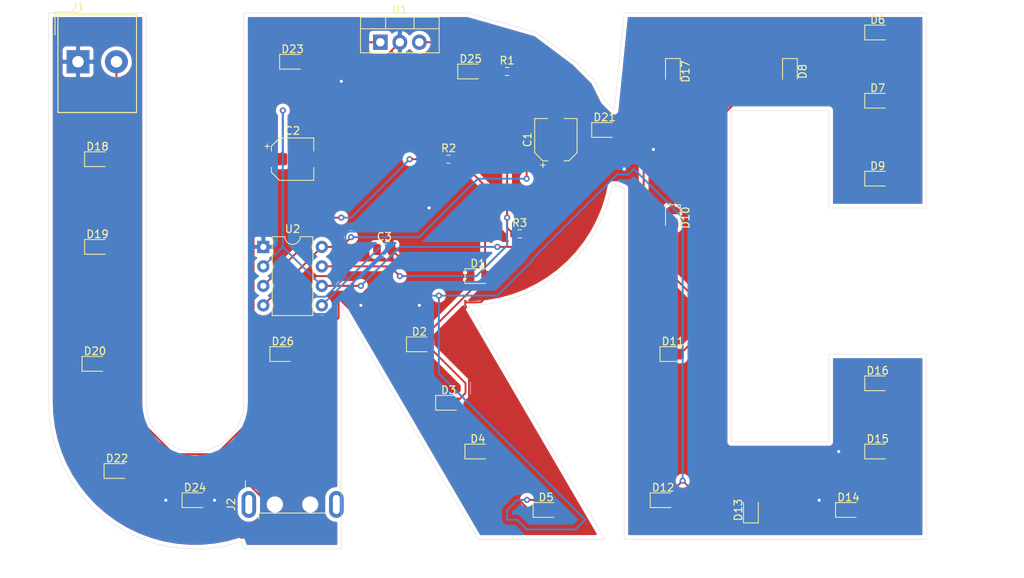
<source format=kicad_pcb>
(kicad_pcb (version 20171130) (host pcbnew 5.99.0+really5.1.10+dfsg1-1)
  (layers (0 F.Cu signal) (31 B.Cu signal) (34 B.Paste user) (35 F.Paste user) (36 B.SilkS user) (37 F.SilkS user) (38 B.Mask user) (39 F.Mask user) (44 Edge.Cuts user))
  (net 0 "")
  (net 1 "Net-(C1-Pad1)")
  (net 2 GND)
  (net 3 "Net-(C2-Pad1)")
  (net 4 "Net-(C3-Pad1)")
  (net 5 "Net-(D1-Pad2)")
  (net 6 "Net-(J1-Pad2)")
  (net 7 "Net-(J2-Pad2)")
  (net 8 "Net-(J2-Pad3)")
  (net 9 "Net-(J2-Pad5)")
  (net 10 "Net-(R1-Pad1)")
  (net 11 "Net-(R2-Pad1)")
  (net 12 "Net-(D18-Pad1)")
  (module Capacitor_SMD:CP_Elec_5x3 (layer F.Cu) (at 154.94 92.71 90)
    (fp_text reference C1 (at 0 -3.7 90) (layer F.SilkS))
    (fp_text value CP1_Small)
    (pad 1 smd roundrect (at -2.2 0 90) (size 3 1.6) (layers F.Cu F.Paste F.Mask) (roundrect_rratio 0.15625) (net 1 "Net-(C1-Pad1)"))
    (pad 2 smd roundrect (at 2.2 0 90) (size 3 1.6) (layers F.Cu F.Paste F.Mask) (roundrect_rratio 0.15625) (net 2 GND))
  )
  (module Capacitor_SMD:CP_Elec_5x3 (layer F.Cu) (at 120.65 95.25)
    (fp_text reference C2 (at 0 -3.7) (layer F.SilkS))
    (fp_text value CP1_Small)
    (pad 2 smd roundrect (at 2.2 0) (size 3 1.6) (layers F.Cu F.Paste F.Mask) (roundrect_rratio 0.15625) (net 2 GND))
    (pad 1 smd roundrect (at -2.2 0) (size 3 1.6) (layers F.Cu F.Paste F.Mask) (roundrect_rratio 0.15625) (net 3 "Net-(C2-Pad1)"))
  )
  (module Capacitor_SMD:C_0805_2012Metric (layer F.Cu) (at 132.595001 107.025001)
    (fp_text reference C3 (at 0 -1.68) (layer F.SilkS))
    (fp_text value C_Small)
    (pad 1 smd roundrect (at -0.95 0) (size 1 1.45) (layers F.Cu F.Paste F.Mask) (net 4 "Net-(C3-Pad1)"))
    (pad 2 smd roundrect (at 0.95 0) (size 1 1.45) (layers F.Cu F.Paste F.Mask) (net 2 GND))
  )
  (module LED_SMD:LED_0805_2012Metric (layer F.Cu) (at 144.78 110.49)
    (fp_text reference D1 (at 0 -1.65) (layer F.SilkS))
    (fp_text value LED)
    (pad 2 smd roundrect (at 0.9375 0) (size 0.975 1.4) (layers F.Cu F.Paste F.Mask) (net 5 "Net-(D1-Pad2)"))
    (pad 1 smd roundrect (at -0.9375 0) (size 0.975 1.4) (layers F.Cu F.Paste F.Mask) (net 2 GND))
  )
  (module LED_SMD:LED_0805_2012Metric (layer F.Cu) (at 137.16 119.38)
    (fp_text reference D2 (at 0 -1.65) (layer F.SilkS))
    (fp_text value LED)
    (pad 1 smd roundrect (at -0.9375 0) (size 0.975 1.4) (layers F.Cu F.Paste F.Mask) (net 2 GND))
    (pad 2 smd roundrect (at 0.9375 0) (size 0.975 1.4) (layers F.Cu F.Paste F.Mask) (net 5 "Net-(D1-Pad2)"))
  )
  (module LED_SMD:LED_0805_2012Metric (layer F.Cu) (at 140.97 127)
    (fp_text reference D3 (at 0 -1.65) (layer F.SilkS))
    (fp_text value LED)
    (pad 2 smd roundrect (at 0.9375 0) (size 0.975 1.4) (layers F.Cu F.Paste F.Mask) (net 5 "Net-(D1-Pad2)"))
    (pad 1 smd roundrect (at -0.9375 0) (size 0.975 1.4) (layers F.Cu F.Paste F.Mask) (net 2 GND))
  )
  (module LED_SMD:LED_0805_2012Metric (layer F.Cu) (at 144.78 133.35)
    (fp_text reference D4 (at 0 -1.65) (layer F.SilkS))
    (fp_text value LED)
    (pad 1 smd roundrect (at -0.9375 0) (size 0.975 1.4) (layers F.Cu F.Paste F.Mask) (net 2 GND))
    (pad 2 smd roundrect (at 0.9375 0) (size 0.975 1.4) (layers F.Cu F.Paste F.Mask) (net 5 "Net-(D1-Pad2)"))
  )
  (module LED_SMD:LED_0805_2012Metric (layer F.Cu) (at 153.67 140.97)
    (fp_text reference D5 (at 0 -1.65) (layer F.SilkS))
    (fp_text value LED)
    (pad 2 smd roundrect (at 0.9375 0) (size 0.975 1.4) (layers F.Cu F.Paste F.Mask) (net 5 "Net-(D1-Pad2)"))
    (pad 1 smd roundrect (at -0.9375 0) (size 0.975 1.4) (layers F.Cu F.Paste F.Mask) (net 2 GND))
  )
  (module LED_SMD:LED_0805_2012Metric (layer F.Cu) (at 196.85 78.74)
    (fp_text reference D6 (at 0 -1.65) (layer F.SilkS))
    (fp_text value LED)
    (pad 1 smd roundrect (at -0.9375 0) (size 0.975 1.4) (layers F.Cu F.Paste F.Mask) (net 2 GND))
    (pad 2 smd roundrect (at 0.9375 0) (size 0.975 1.4) (layers F.Cu F.Paste F.Mask) (net 5 "Net-(D1-Pad2)"))
  )
  (module LED_SMD:LED_0805_2012Metric (layer F.Cu) (at 196.85 87.63)
    (fp_text reference D7 (at 0 -1.65) (layer F.SilkS))
    (fp_text value LED)
    (pad 2 smd roundrect (at 0.9375 0) (size 0.975 1.4) (layers F.Cu F.Paste F.Mask) (net 5 "Net-(D1-Pad2)"))
    (pad 1 smd roundrect (at -0.9375 0) (size 0.975 1.4) (layers F.Cu F.Paste F.Mask) (net 2 GND))
  )
  (module LED_SMD:LED_0805_2012Metric (layer F.Cu) (at 185.42 83.82 270)
    (fp_text reference D8 (at 0 -1.65 90) (layer F.SilkS))
    (fp_text value LED)
    (pad 1 smd roundrect (at -0.9375 0 270) (size 0.975 1.4) (layers F.Cu F.Paste F.Mask) (net 2 GND))
    (pad 2 smd roundrect (at 0.9375 0 270) (size 0.975 1.4) (layers F.Cu F.Paste F.Mask) (net 5 "Net-(D1-Pad2)"))
  )
  (module LED_SMD:LED_0805_2012Metric (layer F.Cu) (at 196.85 97.79)
    (fp_text reference D9 (at 0 -1.65) (layer F.SilkS))
    (fp_text value LED)
    (pad 1 smd roundrect (at -0.9375 0) (size 0.975 1.4) (layers F.Cu F.Paste F.Mask) (net 2 GND))
    (pad 2 smd roundrect (at 0.9375 0) (size 0.975 1.4) (layers F.Cu F.Paste F.Mask) (net 5 "Net-(D1-Pad2)"))
  )
  (module LED_SMD:LED_0805_2012Metric (layer F.Cu) (at 170.18 102.87 270)
    (fp_text reference D10 (at 0 -1.65 90) (layer F.SilkS))
    (fp_text value LED)
    (pad 2 smd roundrect (at 0.9375 0 270) (size 0.975 1.4) (layers F.Cu F.Paste F.Mask) (net 5 "Net-(D1-Pad2)"))
    (pad 1 smd roundrect (at -0.9375 0 270) (size 0.975 1.4) (layers F.Cu F.Paste F.Mask) (net 2 GND))
  )
  (module LED_SMD:LED_0805_2012Metric (layer F.Cu) (at 170.18 120.65)
    (fp_text reference D11 (at 0 -1.65) (layer F.SilkS))
    (fp_text value LED)
    (pad 1 smd roundrect (at -0.9375 0) (size 0.975 1.4) (layers F.Cu F.Paste F.Mask) (net 2 GND))
    (pad 2 smd roundrect (at 0.9375 0) (size 0.975 1.4) (layers F.Cu F.Paste F.Mask) (net 5 "Net-(D1-Pad2)"))
  )
  (module LED_SMD:LED_0805_2012Metric (layer F.Cu) (at 168.91 139.7)
    (fp_text reference D12 (at 0 -1.65) (layer F.SilkS))
    (fp_text value LED)
    (pad 2 smd roundrect (at 0.9375 0) (size 0.975 1.4) (layers F.Cu F.Paste F.Mask) (net 5 "Net-(D1-Pad2)"))
    (pad 1 smd roundrect (at -0.9375 0) (size 0.975 1.4) (layers F.Cu F.Paste F.Mask) (net 2 GND))
  )
  (module LED_SMD:LED_0805_2012Metric (layer F.Cu) (at 180.34 140.97 90)
    (fp_text reference D13 (at 0 -1.65 90) (layer F.SilkS))
    (fp_text value LED)
    (pad 1 smd roundrect (at -0.9375 0 90) (size 0.975 1.4) (layers F.Cu F.Paste F.Mask) (net 2 GND))
    (pad 2 smd roundrect (at 0.9375 0 90) (size 0.975 1.4) (layers F.Cu F.Paste F.Mask) (net 5 "Net-(D1-Pad2)"))
  )
  (module LED_SMD:LED_0805_2012Metric (layer F.Cu) (at 193.04 140.97)
    (fp_text reference D14 (at 0 -1.65) (layer F.SilkS))
    (fp_text value LED)
    (pad 1 smd roundrect (at -0.9375 0) (size 0.975 1.4) (layers F.Cu F.Paste F.Mask) (net 2 GND))
    (pad 2 smd roundrect (at 0.9375 0) (size 0.975 1.4) (layers F.Cu F.Paste F.Mask) (net 5 "Net-(D1-Pad2)"))
  )
  (module LED_SMD:LED_0805_2012Metric (layer F.Cu) (at 196.85 133.35)
    (fp_text reference D15 (at 0 -1.65) (layer F.SilkS))
    (fp_text value LED)
    (pad 2 smd roundrect (at 0.9375 0) (size 0.975 1.4) (layers F.Cu F.Paste F.Mask) (net 5 "Net-(D1-Pad2)"))
    (pad 1 smd roundrect (at -0.9375 0) (size 0.975 1.4) (layers F.Cu F.Paste F.Mask) (net 2 GND))
  )
  (module LED_SMD:LED_0805_2012Metric (layer F.Cu) (at 196.85 124.46)
    (fp_text reference D16 (at 0 -1.65) (layer F.SilkS))
    (fp_text value LED)
    (pad 2 smd roundrect (at 0.9375 0) (size 0.975 1.4) (layers F.Cu F.Paste F.Mask) (net 5 "Net-(D1-Pad2)"))
    (pad 1 smd roundrect (at -0.9375 0) (size 0.975 1.4) (layers F.Cu F.Paste F.Mask) (net 2 GND))
  )
  (module LED_SMD:LED_0805_2012Metric (layer F.Cu) (at 170.18 83.82 270)
    (fp_text reference D17 (at 0 -1.65 90) (layer F.SilkS))
    (fp_text value LED)
    (pad 1 smd roundrect (at -0.9375 0 270) (size 0.975 1.4) (layers F.Cu F.Paste F.Mask) (net 2 GND))
    (pad 2 smd roundrect (at 0.9375 0 270) (size 0.975 1.4) (layers F.Cu F.Paste F.Mask) (net 5 "Net-(D1-Pad2)"))
  )
  (module TerminalBlock_Altech:Altech_AK300_1x02_P5.00mm_45-Degree (layer F.Cu) (at 92.71 82.55)
    (fp_text reference J1 (at 0 -7.2) (layer F.SilkS))
    (fp_text value Screw_Terminal_01x02)
    (pad 1 thru_hole rect (at 0 0) (size 3 3) (drill 1.5) (layers *.Cu *.Mask) (net 2 GND))
    (pad 2 thru_hole circle (at 5 0) (size 3 3) (drill 1.5) (layers *.Cu *.Mask) (net 6 "Net-(J1-Pad2)"))
  )
  (module Connector_USB:USB_A_CNCTech_1001-011-01101_Horizontal (layer F.Cu) (at 120.65 133.35 90)
    (fp_text reference J2 (at -6.9 -8 90) (layer F.SilkS))
    (fp_text value USB3_A)
    (pad 2 smd rect (at -9.65 -1 90) (size 2.5 1.1) (layers F.Cu F.Paste F.Mask) (net 7 "Net-(J2-Pad2)"))
    (pad 3 smd rect (at -9.65 1 90) (size 2.5 1.1) (layers F.Cu F.Paste F.Mask) (net 8 "Net-(J2-Pad3)"))
    (pad 1 smd rect (at -9.65 -3.5 90) (size 2.5 1.1) (layers F.Cu F.Paste F.Mask) (net 6 "Net-(J1-Pad2)"))
    (pad 4 smd rect (at -9.65 3.5 90) (size 2.5 1.1) (layers F.Cu F.Paste F.Mask) (net 2 GND))
    (pad 5 thru_hole oval (at -6.9 -5.7 90) (size 3.5 1.9) (drill oval 2.5 0.9) (layers *.Cu *.Mask) (net 9 "Net-(J2-Pad5)"))
    (pad 5 thru_hole oval (at -6.9 5.7 90) (size 3.5 1.9) (drill oval 2.5 0.9) (layers *.Cu *.Mask) (net 9 "Net-(J2-Pad5)"))
    (pad "" np_thru_hole circle (at -6.9 -2.3 90) (size 1.1 1.1) (drill 1.1) (layers *.Cu *.Mask))
    (pad "" np_thru_hole circle (at -6.9 2.3 90) (size 1.1 1.1) (drill 1.1) (layers *.Cu *.Mask))
  )
  (module Resistor_SMD:R_0603_1608Metric (layer F.Cu) (at 148.59 83.82)
    (fp_text reference R1 (at 0 -1.43) (layer F.SilkS))
    (fp_text value R_US)
    (pad 1 smd roundrect (at -0.825 0) (size 0.8 0.95) (layers F.Cu F.Paste F.Mask) (net 10 "Net-(R1-Pad1)"))
    (pad 2 smd roundrect (at 0.825 0) (size 0.8 0.95) (layers F.Cu F.Paste F.Mask) (net 1 "Net-(C1-Pad1)"))
  )
  (module Resistor_SMD:R_0603_1608Metric (layer F.Cu) (at 140.97 95.25)
    (fp_text reference R2 (at 0 -1.43) (layer F.SilkS))
    (fp_text value R_US)
    (pad 1 smd roundrect (at -0.825 0) (size 0.8 0.95) (layers F.Cu F.Paste F.Mask) (net 11 "Net-(R2-Pad1)"))
    (pad 2 smd roundrect (at 0.825 0) (size 0.8 0.95) (layers F.Cu F.Paste F.Mask) (net 5 "Net-(D1-Pad2)"))
  )
  (module Resistor_SMD:R_0603_1608Metric (layer F.Cu) (at 150.225001 104.985001)
    (fp_text reference R3 (at 0 -1.43) (layer F.SilkS))
    (fp_text value R_US)
    (pad 2 smd roundrect (at 0.825 0) (size 0.8 0.95) (layers F.Cu F.Paste F.Mask) (net 3 "Net-(C2-Pad1)"))
    (pad 1 smd roundrect (at -0.825 0) (size 0.8 0.95) (layers F.Cu F.Paste F.Mask) (net 10 "Net-(R1-Pad1)"))
  )
  (module Package_TO_SOT_THT:TO-220-3_Vertical (layer F.Cu) (at 132.08 80.01)
    (fp_text reference U1 (at 2.54 -4.27) (layer F.SilkS))
    (fp_text value LM7805_TO220)
    (pad 1 thru_hole rect (at 0 0) (size 1.905 2) (drill 1.1) (layers *.Cu *.Mask) (net 6 "Net-(J1-Pad2)"))
    (pad 2 thru_hole oval (at 2.54 0) (size 1.905 2) (drill 1.1) (layers *.Cu *.Mask) (net 2 GND))
    (pad 3 thru_hole oval (at 5.08 0) (size 1.905 2) (drill 1.1) (layers *.Cu *.Mask) (net 1 "Net-(C1-Pad1)"))
  )
  (module Package_DIP:DIP-8_W7.62mm (layer F.Cu) (at 116.84 106.68)
    (fp_text reference U2 (at 3.81 -2.33) (layer F.SilkS))
    (fp_text value NE555P)
    (pad 1 thru_hole rect (at 0 0) (size 1.6 1.6) (drill 0.8) (layers *.Cu *.Mask) (net 2 GND))
    (pad 5 thru_hole oval (at 7.62 7.62) (size 1.6 1.6) (drill 0.8) (layers *.Cu *.Mask) (net 4 "Net-(C3-Pad1)"))
    (pad 2 thru_hole oval (at 0 2.54) (size 1.6 1.6) (drill 0.8) (layers *.Cu *.Mask) (net 3 "Net-(C2-Pad1)"))
    (pad 6 thru_hole oval (at 7.62 5.08) (size 1.6 1.6) (drill 0.8) (layers *.Cu *.Mask) (net 3 "Net-(C2-Pad1)"))
    (pad 3 thru_hole oval (at 0 5.08) (size 1.6 1.6) (drill 0.8) (layers *.Cu *.Mask) (net 11 "Net-(R2-Pad1)"))
    (pad 7 thru_hole oval (at 7.62 2.54) (size 1.6 1.6) (drill 0.8) (layers *.Cu *.Mask) (net 10 "Net-(R1-Pad1)"))
    (pad 4 thru_hole oval (at 0 7.62) (size 1.6 1.6) (drill 0.8) (layers *.Cu *.Mask) (net 1 "Net-(C1-Pad1)"))
    (pad 8 thru_hole oval (at 7.62 0) (size 1.6 1.6) (drill 0.8) (layers *.Cu *.Mask) (net 1 "Net-(C1-Pad1)"))
  )
  (module LED_SMD:LED_0805_2012Metric (layer F.Cu) (at 95.25 95.25)
    (fp_text reference D18 (at 0 -1.65) (layer F.SilkS))
    (fp_text value LED)
    (pad 1 smd roundrect (at -0.9375 0) (size 0.975 1.4) (layers F.Cu F.Paste F.Mask) (net 12 "Net-(D18-Pad1)"))
    (pad 2 smd roundrect (at 0.9375 0) (size 0.975 1.4) (layers F.Cu F.Paste F.Mask) (net 2 GND))
  )
  (module LED_SMD:LED_0805_2012Metric (layer F.Cu) (at 95.25 106.68)
    (fp_text reference D19 (at 0 -1.65) (layer F.SilkS))
    (fp_text value LED)
    (pad 1 smd roundrect (at -0.9375 0) (size 0.975 1.4) (layers F.Cu F.Paste F.Mask) (net 12 "Net-(D18-Pad1)"))
    (pad 2 smd roundrect (at 0.9375 0) (size 0.975 1.4) (layers F.Cu F.Paste F.Mask) (net 2 GND))
  )
  (module LED_SMD:LED_0805_2012Metric (layer F.Cu) (at 94.9175 121.92)
    (fp_text reference D20 (at 0 -1.65) (layer F.SilkS))
    (fp_text value LED)
    (pad 2 smd roundrect (at 0.9375 0) (size 0.975 1.4) (layers F.Cu F.Paste F.Mask) (net 2 GND))
    (pad 1 smd roundrect (at -0.9375 0) (size 0.975 1.4) (layers F.Cu F.Paste F.Mask) (net 12 "Net-(D18-Pad1)"))
  )
  (module LED_SMD:LED_0805_2012Metric (layer F.Cu) (at 161.29 91.44)
    (fp_text reference D21 (at 0 -1.65) (layer F.SilkS))
    (fp_text value LED)
    (pad 1 smd roundrect (at -0.9375 0) (size 0.975 1.4) (layers F.Cu F.Paste F.Mask) (net 12 "Net-(D18-Pad1)"))
    (pad 2 smd roundrect (at 0.9375 0) (size 0.975 1.4) (layers F.Cu F.Paste F.Mask) (net 2 GND))
  )
  (module LED_SMD:LED_0805_2012Metric (layer F.Cu) (at 97.79 135.89)
    (fp_text reference D22 (at 0 -1.65) (layer F.SilkS))
    (fp_text value LED)
    (pad 2 smd roundrect (at 0.9375 0) (size 0.975 1.4) (layers F.Cu F.Paste F.Mask) (net 2 GND))
    (pad 1 smd roundrect (at -0.9375 0) (size 0.975 1.4) (layers F.Cu F.Paste F.Mask) (net 12 "Net-(D18-Pad1)"))
  )
  (module LED_SMD:LED_0805_2012Metric (layer F.Cu) (at 120.65 82.55)
    (fp_text reference D23 (at 0 -1.65) (layer F.SilkS))
    (fp_text value LED)
    (pad 1 smd roundrect (at -0.9375 0) (size 0.975 1.4) (layers F.Cu F.Paste F.Mask) (net 5 "Net-(D1-Pad2)"))
    (pad 2 smd roundrect (at 0.9375 0) (size 0.975 1.4) (layers F.Cu F.Paste F.Mask) (net 2 GND))
  )
  (module LED_SMD:LED_0805_2012Metric (layer F.Cu) (at 107.95 139.7)
    (fp_text reference D24 (at 0 -1.65) (layer F.SilkS))
    (fp_text value LED)
    (pad 2 smd roundrect (at 0.9375 0) (size 0.975 1.4) (layers F.Cu F.Paste F.Mask) (net 5 "Net-(D1-Pad2)"))
    (pad 1 smd roundrect (at -0.9375 0) (size 0.975 1.4) (layers F.Cu F.Paste F.Mask) (net 2 GND))
  )
  (module LED_SMD:LED_0805_2012Metric (layer F.Cu) (at 143.8425 83.82)
    (fp_text reference D25 (at 0 -1.65) (layer F.SilkS))
    (fp_text value LED)
    (pad 1 smd roundrect (at -0.9375 0) (size 0.975 1.4) (layers F.Cu F.Paste F.Mask) (net 2 GND))
    (pad 2 smd roundrect (at 0.9375 0) (size 0.975 1.4) (layers F.Cu F.Paste F.Mask) (net 5 "Net-(D1-Pad2)"))
  )
  (module LED_SMD:LED_0805_2012Metric (layer F.Cu) (at 119.38 120.65)
    (fp_text reference D26 (at 0 -1.65) (layer F.SilkS))
    (fp_text value LED)
    (pad 2 smd roundrect (at 0.9375 0) (size 0.975 1.4) (layers F.Cu F.Paste F.Mask) (net 5 "Net-(D1-Pad2)"))
    (pad 1 smd roundrect (at -0.9375 0) (size 0.975 1.4) (layers F.Cu F.Paste F.Mask) (net 2 GND))
  )
  (gr_line (start 127 146.05) (end 127 144.78) (layer Edge.Cuts) (width 0.05))
  (gr_line (start 114.3 146.05) (end 127 146.05) (layer Edge.Cuts) (width 0.05))
  (gr_line (start 113.974139 145.072417) (end 114.3 146.05) (layer Edge.Cuts) (width 0.05))
  (gr_line (start 157.48 82.55) (end 152.4 78.74) (layer Edge.Cuts) (width 0.05))
  (gr_line (start 160.02 85.09) (end 157.48 82.55) (layer Edge.Cuts) (width 0.05))
  (gr_line (start 161.29 87.63) (end 160.02 85.09) (layer Edge.Cuts) (width 0.05))
  (gr_line (start 163.83 99.06) (end 163.83 116.84) (layer Edge.Cuts) (width 0.05))
  (gr_line (start 162.300804 98.381801) (end 163.83 99.06) (layer Edge.Cuts) (width 0.05))
  (gr_arc (start 143.51 95.25) (end 143.51 114.3) (angle -80.53767779) (layer Edge.Cuts) (width 0.05))
  (gr_line (start 163.83 144.78) (end 163.83 116.84) (layer Edge.Cuts) (width 0.05))
  (gr_line (start 161.29 87.63) (end 162.56 88.9) (layer Edge.Cuts) (width 0.05))
  (gr_line (start 143.51 76.2) (end 152.4 78.74) (layer Edge.Cuts) (width 0.05))
  (gr_line (start 163.83 76.2) (end 162.56 88.9) (layer Edge.Cuts) (width 0.05))
  (gr_line (start 166.37 76.2) (end 163.83 76.2) (layer Edge.Cuts) (width 0.05))
  (gr_line (start 203.2 76.2) (end 166.37 76.2) (layer Edge.Cuts) (width 0.05))
  (gr_line (start 203.2 101.6) (end 203.2 93.98) (layer Edge.Cuts) (width 0.05))
  (gr_line (start 190.5 101.6) (end 203.2 101.6) (layer Edge.Cuts) (width 0.05))
  (gr_line (start 190.5 100.33) (end 190.5 101.6) (layer Edge.Cuts) (width 0.05))
  (gr_line (start 190.5 93.98) (end 190.5 100.33) (layer Edge.Cuts) (width 0.05))
  (gr_line (start 203.2 132.08) (end 203.2 120.65) (layer Edge.Cuts) (width 0.05))
  (gr_line (start 190.5 120.65) (end 203.2 120.65) (layer Edge.Cuts) (width 0.05))
  (gr_line (start 190.5 132.08) (end 190.5 120.65) (layer Edge.Cuts) (width 0.05))
  (gr_line (start 177.8 132.08) (end 190.5 132.08) (layer Edge.Cuts) (width 0.05))
  (gr_line (start 190.5 88.9) (end 177.8 88.9) (layer Edge.Cuts) (width 0.05))
  (gr_line (start 190.5 93.98) (end 190.5 88.9) (layer Edge.Cuts) (width 0.05))
  (gr_line (start 203.2 93.98) (end 203.2 88.9) (layer Edge.Cuts) (width 0.05))
  (gr_line (start 177.8 127) (end 177.8 132.08) (layer Edge.Cuts) (width 0.05))
  (gr_line (start 177.8 88.9) (end 177.8 127) (layer Edge.Cuts) (width 0.05))
  (gr_line (start 163.83 144.78) (end 203.2 144.78) (layer Edge.Cuts) (width 0.05))
  (gr_line (start 203.2 144.78) (end 203.2 132.08) (layer Edge.Cuts) (width 0.05))
  (gr_line (start 203.2 76.2) (end 203.2 88.9) (layer Edge.Cuts) (width 0.05))
  (gr_line (start 139.7 76.2) (end 143.51 76.2) (layer Edge.Cuts) (width 0.05))
  (gr_line (start 127 76.2) (end 139.7 76.2) (layer Edge.Cuts) (width 0.05))
  (gr_line (start 161.29 144.78) (end 143.51 114.3) (layer Edge.Cuts) (width 0.05))
  (gr_line (start 144.78 144.78) (end 161.29 144.78) (layer Edge.Cuts) (width 0.05))
  (gr_line (start 127 114.3) (end 144.78 144.78) (layer Edge.Cuts) (width 0.05))
  (gr_line (start 127 144.78) (end 127 114.3) (layer Edge.Cuts) (width 0.05))
  (gr_line (start 114.3 76.2) (end 127 76.2) (layer Edge.Cuts) (width 0.05))
  (gr_arc (start 107.95 127) (end 88.9 127) (angle -108.4349488) (layer Edge.Cuts) (width 0.05))
  (gr_line (start 114.3 127) (end 114.3 76.2) (layer Edge.Cuts) (width 0.05))
  (gr_arc (start 107.95 127) (end 101.6 127) (angle -180) (layer Edge.Cuts) (width 0.05))
  (gr_line (start 101.6 76.2) (end 101.6 127) (layer Edge.Cuts) (width 0.05))
  (gr_line (start 88.9 76.2) (end 101.6 76.2) (layer Edge.Cuts) (width 0.05))
  (gr_line (start 88.9 76.2) (end 88.9 127) (layer Edge.Cuts) (width 0.05))
  (segment (start 149.86 81.28) (end 149.86 83.82) (width 0.25) (layer F.Cu) (net 1))
  (segment (start 149.86 83.82) (end 149.415 83.82) (width 0.25) (layer F.Cu) (net 1))
  (segment (start 151.13 80.01) (end 149.86 81.28) (width 0.25) (layer F.Cu) (net 1))
  (segment (start 137.16 80.01) (end 151.13 80.01) (width 0.25) (layer F.Cu) (net 1))
  (segment (start 154.94 94.91) (end 150.2 94.91) (width 0.25) (layer F.Cu) (net 1))
  (segment (start 149.415 94.125) (end 149.415 83.82) (width 0.25) (layer F.Cu) (net 1))
  (segment (start 150.2 94.91) (end 149.415 94.125) (width 0.25) (layer F.Cu) (net 1))
  (segment (start 124.46 106.68) (end 116.84 114.3) (width 0.25) (layer F.Cu) (net 1))
  (via (at 128.27 105.41) (size 0.8) (drill 0.4) (layers F.Cu B.Cu) (net 1))
  (segment (start 127 106.68) (end 128.27 105.41) (width 0.25) (layer F.Cu) (net 1))
  (segment (start 124.46 106.68) (end 127 106.68) (width 0.25) (layer F.Cu) (net 1))
  (segment (start 128.27 105.41) (end 137.16 105.41) (width 0.25) (layer B.Cu) (net 1))
  (segment (start 137.16 105.41) (end 144.78 97.79) (width 0.25) (layer B.Cu) (net 1))
  (via (at 151.13 97.79) (size 0.8) (drill 0.4) (layers F.Cu B.Cu) (net 1))
  (segment (start 144.78 97.79) (end 151.13 97.79) (width 0.25) (layer B.Cu) (net 1))
  (segment (start 151.13 95.84) (end 150.2 94.91) (width 0.25) (layer F.Cu) (net 1))
  (segment (start 151.13 97.79) (end 151.13 95.84) (width 0.25) (layer F.Cu) (net 1))
  (segment (start 92.71 82.55) (end 92.71 133.35) (width 0.25) (layer F.Cu) (net 2))
  (segment (start 92.71 133.35) (end 101.6 142.24) (width 0.25) (layer F.Cu) (net 2))
  (segment (start 122.574999 144.575001) (end 124.15 143) (width 0.25) (layer F.Cu) (net 2))
  (segment (start 111.631234 142.24) (end 113.966235 144.575001) (width 0.25) (layer F.Cu) (net 2))
  (segment (start 113.966235 144.575001) (end 122.574999 144.575001) (width 0.25) (layer F.Cu) (net 2))
  (segment (start 101.6 142.24) (end 111.631234 142.24) (width 0.25) (layer F.Cu) (net 2))
  (segment (start 116.84 106.68) (end 116.84 101.6) (width 0.25) (layer F.Cu) (net 2))
  (segment (start 116.84 101.6) (end 118.11 100.33) (width 0.25) (layer F.Cu) (net 2))
  (segment (start 118.11 100.33) (end 119.38 101.6) (width 0.25) (layer F.Cu) (net 2))
  (segment (start 119.38 101.6) (end 124.46 101.6) (width 0.25) (layer F.Cu) (net 2))
  (segment (start 124.46 101.6) (end 125.73 100.33) (width 0.25) (layer F.Cu) (net 2))
  (segment (start 122.85 97.45) (end 122.85 95.25) (width 0.25) (layer F.Cu) (net 2))
  (segment (start 125.73 100.33) (end 122.85 97.45) (width 0.25) (layer F.Cu) (net 2))
  (segment (start 124.15 143) (end 124.15 118.42) (width 0.25) (layer F.Cu) (net 2))
  (segment (start 126.64999 115.92001) (end 126.64999 113.38001) (width 0.25) (layer F.Cu) (net 2))
  (segment (start 124.15 118.42) (end 126.64999 115.92001) (width 0.25) (layer F.Cu) (net 2))
  (segment (start 126.64999 113.38001) (end 128.83998 115.57) (width 0.25) (layer F.Cu) (net 2))
  (segment (start 128.83998 115.57) (end 135.89 115.57) (width 0.25) (layer F.Cu) (net 2))
  (segment (start 135.89 119.0475) (end 136.2225 119.38) (width 0.25) (layer F.Cu) (net 2))
  (segment (start 135.89 115.57) (end 135.89 119.0475) (width 0.25) (layer F.Cu) (net 2))
  (segment (start 136.2225 123.19) (end 140.0325 127) (width 0.25) (layer F.Cu) (net 2))
  (segment (start 136.2225 119.38) (end 136.2225 123.19) (width 0.25) (layer F.Cu) (net 2))
  (segment (start 140.0325 129.54) (end 143.8425 133.35) (width 0.25) (layer F.Cu) (net 2))
  (segment (start 140.0325 127) (end 140.0325 129.54) (width 0.25) (layer F.Cu) (net 2))
  (segment (start 143.8425 133.35) (end 151.4625 140.97) (width 0.25) (layer F.Cu) (net 2))
  (segment (start 151.4625 140.97) (end 152.7325 140.97) (width 0.25) (layer F.Cu) (net 2))
  (segment (start 138.7625 115.57) (end 143.8425 110.49) (width 0.25) (layer F.Cu) (net 2))
  (segment (start 135.89 115.57) (end 138.7625 115.57) (width 0.25) (layer F.Cu) (net 2))
  (segment (start 135.89 109.37) (end 133.545001 107.025001) (width 0.25) (layer F.Cu) (net 2))
  (segment (start 135.89 115.57) (end 135.89 109.37) (width 0.25) (layer F.Cu) (net 2))
  (segment (start 126.85 100.33) (end 125.73 100.33) (width 0.25) (layer F.Cu) (net 2))
  (segment (start 133.545001 107.025001) (end 126.85 100.33) (width 0.25) (layer F.Cu) (net 2))
  (segment (start 185.42 82.8825) (end 170.18 82.8825) (width 0.25) (layer F.Cu) (net 2))
  (segment (start 185.42 82.8825) (end 191.4375 82.8825) (width 0.25) (layer F.Cu) (net 2))
  (segment (start 195.58 78.74) (end 195.9125 78.74) (width 0.25) (layer F.Cu) (net 2))
  (segment (start 191.4375 82.8825) (end 195.58 78.74) (width 0.25) (layer F.Cu) (net 2))
  (segment (start 191.4375 83.155) (end 191.4375 82.8825) (width 0.25) (layer F.Cu) (net 2))
  (segment (start 195.9125 87.63) (end 191.4375 83.155) (width 0.25) (layer F.Cu) (net 2))
  (segment (start 195.9125 97.79) (end 195.9125 87.63) (width 0.25) (layer F.Cu) (net 2))
  (segment (start 195.9125 87.63) (end 191.77 87.63) (width 0.25) (layer F.Cu) (net 2))
  (segment (start 191.77 87.63) (end 190.5 86.36) (width 0.25) (layer F.Cu) (net 2))
  (segment (start 170.18 96.025012) (end 170.18 101.9325) (width 0.25) (layer F.Cu) (net 2))
  (segment (start 179.845012 86.36) (end 170.18 96.025012) (width 0.25) (layer F.Cu) (net 2))
  (segment (start 190.5 86.36) (end 179.845012 86.36) (width 0.25) (layer F.Cu) (net 2))
  (segment (start 167.9725 108.2825) (end 165.1 105.41) (width 0.25) (layer F.Cu) (net 2))
  (segment (start 165.1 97.79) (end 163.83 96.52) (width 0.25) (layer F.Cu) (net 2))
  (via (at 163.83 96.52) (size 0.8) (drill 0.4) (layers F.Cu B.Cu) (net 2))
  (segment (start 163.83 96.52) (end 161.29 96.52) (width 0.25) (layer B.Cu) (net 2))
  (segment (start 161.29 96.52) (end 154.94 90.17) (width 0.25) (layer B.Cu) (net 2))
  (segment (start 169.2425 110.1575) (end 167.9725 108.8875) (width 0.25) (layer F.Cu) (net 2))
  (segment (start 169.2425 120.65) (end 169.2425 110.1575) (width 0.25) (layer F.Cu) (net 2))
  (segment (start 167.9725 108.8875) (end 167.9725 108.2825) (width 0.25) (layer F.Cu) (net 2))
  (segment (start 167.9725 139.7) (end 167.9725 108.8875) (width 0.25) (layer F.Cu) (net 2))
  (segment (start 153.75751 141.99501) (end 157.23501 141.99501) (width 0.25) (layer F.Cu) (net 2))
  (segment (start 152.7325 140.97) (end 153.75751 141.99501) (width 0.25) (layer F.Cu) (net 2))
  (segment (start 143.62751 128.38751) (end 143.62751 116.95751) (width 0.25) (layer F.Cu) (net 2))
  (segment (start 157.23501 141.99501) (end 143.62751 128.38751) (width 0.25) (layer F.Cu) (net 2))
  (segment (start 143.62751 116.95751) (end 142.24 115.57) (width 0.25) (layer F.Cu) (net 2))
  (segment (start 142.24 115.57) (end 143.25408 114.555921) (width 0.25) (layer F.Cu) (net 2))
  (segment (start 143.134619 114.351131) (end 143.134619 113.709291) (width 0.25) (layer F.Cu) (net 2))
  (segment (start 143.25408 114.555921) (end 143.134619 114.351131) (width 0.25) (layer F.Cu) (net 2))
  (segment (start 143.34391 113.918582) (end 144.593218 113.918582) (width 0.25) (layer F.Cu) (net 2))
  (segment (start 143.134619 113.709291) (end 143.34391 113.918582) (width 0.25) (layer F.Cu) (net 2))
  (segment (start 145.133755 113.879351) (end 145.207628 113.872372) (width 0.25) (layer F.Cu) (net 2))
  (segment (start 144.863767 113.900914) (end 145.133755 113.879351) (width 0.25) (layer F.Cu) (net 2))
  (segment (start 144.593218 113.918582) (end 144.863767 113.900914) (width 0.25) (layer F.Cu) (net 2))
  (segment (start 164.04307 98.00307) (end 165.1 99.06) (width 0.25) (layer F.Cu) (net 2))
  (segment (start 145.207628 113.872372) (end 161.07693 98.00307) (width 0.25) (layer F.Cu) (net 2))
  (segment (start 161.07693 98.00307) (end 164.04307 98.00307) (width 0.25) (layer F.Cu) (net 2))
  (segment (start 165.1 99.06) (end 165.1 97.79) (width 0.25) (layer F.Cu) (net 2))
  (segment (start 165.1 105.41) (end 165.1 99.06) (width 0.25) (layer F.Cu) (net 2))
  (segment (start 167.9725 139.7) (end 171.7825 143.51) (width 0.25) (layer F.Cu) (net 2))
  (segment (start 178.7375 143.51) (end 180.34 141.9075) (width 0.25) (layer F.Cu) (net 2))
  (segment (start 171.7825 143.51) (end 178.7375 143.51) (width 0.25) (layer F.Cu) (net 2))
  (segment (start 180.34 141.9075) (end 190.1675 141.9075) (width 0.25) (layer F.Cu) (net 2))
  (segment (start 190.1675 141.9075) (end 191.77 143.51) (width 0.25) (layer F.Cu) (net 2))
  (segment (start 192.1025 143.1775) (end 192.1025 140.97) (width 0.25) (layer F.Cu) (net 2))
  (segment (start 191.77 143.51) (end 192.1025 143.1775) (width 0.25) (layer F.Cu) (net 2))
  (segment (start 195.9125 133.35) (end 195.9125 124.46) (width 0.25) (layer F.Cu) (net 2))
  (via (at 189.23 139.7) (size 0.8) (drill 0.4) (layers F.Cu B.Cu) (net 2))
  (segment (start 190.5 140.97) (end 189.23 139.7) (width 0.25) (layer F.Cu) (net 2))
  (segment (start 192.1025 140.97) (end 190.5 140.97) (width 0.25) (layer F.Cu) (net 2))
  (via (at 191.77 133.35) (size 0.8) (drill 0.4) (layers F.Cu B.Cu) (net 2))
  (segment (start 191.77 137.16) (end 191.77 133.35) (width 0.25) (layer B.Cu) (net 2))
  (segment (start 189.23 139.7) (end 191.77 137.16) (width 0.25) (layer B.Cu) (net 2))
  (segment (start 191.77 133.35) (end 195.9125 133.35) (width 0.25) (layer F.Cu) (net 2))
  (segment (start 122.85 91.78) (end 134.62 80.01) (width 0.25) (layer F.Cu) (net 2))
  (segment (start 122.85 95.25) (end 122.85 91.78) (width 0.25) (layer F.Cu) (net 2))
  (via (at 167.64 93.98) (size 0.8) (drill 0.4) (layers F.Cu B.Cu) (net 2))
  (segment (start 169.685012 96.025012) (end 167.64 93.98) (width 0.25) (layer F.Cu) (net 2))
  (segment (start 170.18 96.025012) (end 169.685012 96.025012) (width 0.25) (layer F.Cu) (net 2))
  (segment (start 166.37 93.98) (end 163.83 96.52) (width 0.25) (layer B.Cu) (net 2))
  (segment (start 167.64 93.98) (end 166.37 93.98) (width 0.25) (layer B.Cu) (net 2))
  (via (at 119.38 88.9) (size 0.8) (drill 0.4) (layers F.Cu B.Cu) (net 3))
  (segment (start 119.38 94.32) (end 119.38 88.9) (width 0.25) (layer F.Cu) (net 3))
  (segment (start 118.45 95.25) (end 119.38 94.32) (width 0.25) (layer F.Cu) (net 3))
  (segment (start 119.38 106.68) (end 116.84 109.22) (width 0.25) (layer B.Cu) (net 3))
  (segment (start 119.38 88.9) (end 119.38 106.68) (width 0.25) (layer B.Cu) (net 3))
  (segment (start 119.38 106.68) (end 124.46 111.76) (width 0.25) (layer B.Cu) (net 3))
  (segment (start 151.050001 104.985001) (end 149.355002 106.68) (width 0.25) (layer F.Cu) (net 3))
  (segment (start 149.355002 106.68) (end 147.32 106.68) (width 0.25) (layer F.Cu) (net 3))
  (via (at 147.32 106.68) (size 0.8) (drill 0.4) (layers F.Cu B.Cu) (net 3))
  (segment (start 147.32 106.68) (end 134.62 106.68) (width 0.25) (layer B.Cu) (net 3))
  (via (at 129.54 111.76) (size 0.8) (drill 0.4) (layers F.Cu B.Cu) (net 3))
  (segment (start 134.62 106.68) (end 129.54 111.76) (width 0.25) (layer B.Cu) (net 3))
  (segment (start 129.54 111.76) (end 124.46 111.76) (width 0.25) (layer F.Cu) (net 3))
  (segment (start 124.46 114.3) (end 132.08 106.68) (width 0.25) (layer B.Cu) (net 4))
  (segment (start 141.795 95.25) (end 142.24 95.25) (width 0.25) (layer F.Cu) (net 5))
  (segment (start 142.24 95.25) (end 146.05 99.06) (width 0.25) (layer F.Cu) (net 5))
  (segment (start 145.7175 99.3925) (end 145.7175 110.49) (width 0.25) (layer F.Cu) (net 5))
  (segment (start 146.05 99.06) (end 145.7175 99.3925) (width 0.25) (layer F.Cu) (net 5))
  (segment (start 138.0975 118.11) (end 145.7175 110.49) (width 0.25) (layer F.Cu) (net 5))
  (segment (start 138.0975 119.38) (end 138.0975 118.11) (width 0.25) (layer F.Cu) (net 5))
  (segment (start 138.0975 119.38) (end 143.1775 124.46) (width 0.25) (layer F.Cu) (net 5))
  (segment (start 143.1775 125.73) (end 141.9075 127) (width 0.25) (layer F.Cu) (net 5))
  (segment (start 143.1775 124.46) (end 143.1775 125.73) (width 0.25) (layer F.Cu) (net 5))
  (segment (start 145.7175 133.35) (end 145.7175 131.7475) (width 0.25) (layer F.Cu) (net 5))
  (segment (start 141.9075 127.9375) (end 141.9075 127) (width 0.25) (layer F.Cu) (net 5))
  (segment (start 145.7175 131.7475) (end 141.9075 127.9375) (width 0.25) (layer F.Cu) (net 5))
  (segment (start 170.18 87.07248) (end 170.18 84.7575) (width 0.25) (layer F.Cu) (net 5))
  (segment (start 146.76248 110.49) (end 170.18 87.07248) (width 0.25) (layer F.Cu) (net 5))
  (segment (start 145.7175 110.49) (end 146.76248 110.49) (width 0.25) (layer F.Cu) (net 5))
  (segment (start 170.18 84.7575) (end 166.37 88.5675) (width 0.25) (layer F.Cu) (net 5))
  (segment (start 166.37 88.5675) (end 166.37 101.6) (width 0.25) (layer F.Cu) (net 5))
  (segment (start 168.5775 103.8075) (end 170.18 103.8075) (width 0.25) (layer F.Cu) (net 5))
  (segment (start 166.37 101.6) (end 168.5775 103.8075) (width 0.25) (layer F.Cu) (net 5))
  (segment (start 170.18 84.7575) (end 185.42 84.7575) (width 0.25) (layer F.Cu) (net 5))
  (segment (start 197.7875 87.63) (end 197.7875 78.74) (width 0.25) (layer F.Cu) (net 5))
  (segment (start 197.7875 97.79) (end 197.7875 87.63) (width 0.25) (layer F.Cu) (net 5))
  (segment (start 170.18 103.8075) (end 170.18 110.49) (width 0.25) (layer F.Cu) (net 5))
  (segment (start 170.18 110.49) (end 175.26 115.57) (width 0.25) (layer F.Cu) (net 5))
  (segment (start 175.26 116.5075) (end 171.1175 120.65) (width 0.25) (layer F.Cu) (net 5))
  (segment (start 175.26 115.57) (end 175.26 116.5075) (width 0.25) (layer F.Cu) (net 5))
  (segment (start 146.9875 133.35) (end 145.7175 133.35) (width 0.25) (layer F.Cu) (net 5))
  (segment (start 154.6075 140.97) (end 146.9875 133.35) (width 0.25) (layer F.Cu) (net 5))
  (via (at 151.173903 139.656097) (size 0.8) (drill 0.4) (layers F.Cu B.Cu) (net 5))
  (segment (start 153.293597 139.656097) (end 151.173903 139.656097) (width 0.25) (layer F.Cu) (net 5))
  (segment (start 154.6075 140.97) (end 153.293597 139.656097) (width 0.25) (layer F.Cu) (net 5))
  (segment (start 151.173903 139.656097) (end 149.903903 139.656097) (width 0.25) (layer B.Cu) (net 5))
  (segment (start 149.903903 139.656097) (end 148.59 140.97) (width 0.25) (layer B.Cu) (net 5))
  (segment (start 148.59 140.97) (end 148.59 142.24) (width 0.25) (layer B.Cu) (net 5))
  (segment (start 148.59 142.24) (end 149.86 142.24) (width 0.25) (layer B.Cu) (net 5))
  (segment (start 149.86 142.24) (end 151.13 143.51) (width 0.25) (layer B.Cu) (net 5))
  (segment (start 151.13 143.51) (end 157.48 143.51) (width 0.25) (layer B.Cu) (net 5))
  (segment (start 157.48 143.51) (end 158.75 142.24) (width 0.25) (layer B.Cu) (net 5))
  (via (at 139.7 113.03) (size 0.8) (drill 0.4) (layers F.Cu B.Cu) (net 5))
  (segment (start 139.7 123.19) (end 139.7 113.03) (width 0.25) (layer B.Cu) (net 5))
  (segment (start 158.75 142.24) (end 139.7 123.19) (width 0.25) (layer B.Cu) (net 5))
  (segment (start 139.7 113.03) (end 147.32 113.03) (width 0.25) (layer B.Cu) (net 5))
  (segment (start 147.32 113.03) (end 148.59 111.76) (width 0.25) (layer B.Cu) (net 5))
  (segment (start 162.901997 97.245001) (end 164.374999 97.245001) (width 0.25) (layer B.Cu) (net 5))
  (segment (start 151.8959 108.251098) (end 162.901997 97.245001) (width 0.25) (layer B.Cu) (net 5))
  (segment (start 151.8959 108.4541) (end 151.8959 108.251098) (width 0.25) (layer B.Cu) (net 5))
  (segment (start 148.59 111.76) (end 151.8959 108.4541) (width 0.25) (layer B.Cu) (net 5))
  (segment (start 164.374999 97.245001) (end 165.1 96.52) (width 0.25) (layer B.Cu) (net 5))
  (via (at 171.45 137.16) (size 0.8) (drill 0.4) (layers F.Cu B.Cu) (net 5))
  (segment (start 171.45 102.87) (end 171.45 137.16) (width 0.25) (layer B.Cu) (net 5))
  (segment (start 165.1 96.52) (end 171.45 102.87) (width 0.25) (layer B.Cu) (net 5))
  (segment (start 169.8475 138.7625) (end 171.45 137.16) (width 0.25) (layer F.Cu) (net 5))
  (segment (start 169.8475 139.7) (end 169.8475 138.7625) (width 0.25) (layer F.Cu) (net 5))
  (segment (start 174.3225 140.0325) (end 171.45 137.16) (width 0.25) (layer F.Cu) (net 5))
  (segment (start 180.34 140.0325) (end 174.3225 140.0325) (width 0.25) (layer F.Cu) (net 5))
  (segment (start 180.34 140.0325) (end 182.88 137.4925) (width 0.25) (layer F.Cu) (net 5))
  (segment (start 182.88 137.4925) (end 190.8325 137.4925) (width 0.25) (layer F.Cu) (net 5))
  (segment (start 193.9775 140.6375) (end 193.9775 140.97) (width 0.25) (layer F.Cu) (net 5))
  (segment (start 190.8325 137.4925) (end 193.9775 140.6375) (width 0.25) (layer F.Cu) (net 5))
  (segment (start 197.7875 138.0975) (end 197.7875 133.35) (width 0.25) (layer F.Cu) (net 5))
  (segment (start 197.1825 137.4925) (end 197.7875 138.0975) (width 0.25) (layer F.Cu) (net 5))
  (segment (start 190.8325 137.4925) (end 197.1825 137.4925) (width 0.25) (layer F.Cu) (net 5))
  (segment (start 197.7875 133.35) (end 197.7875 124.46) (width 0.25) (layer F.Cu) (net 5))
  (segment (start 169.15499 82.40316) (end 169.15499 83.36184) (width 0.25) (layer F.Cu) (net 5))
  (segment (start 169.15499 83.36184) (end 170.55065 84.7575) (width 0.25) (layer F.Cu) (net 5))
  (segment (start 173.84316 77.71499) (end 169.15499 82.40316) (width 0.25) (layer F.Cu) (net 5))
  (segment (start 196.39184 77.71499) (end 173.84316 77.71499) (width 0.25) (layer F.Cu) (net 5))
  (segment (start 197.7875 79.11065) (end 196.39184 77.71499) (width 0.25) (layer F.Cu) (net 5))
  (segment (start 170.55065 84.7575) (end 185.42 84.7575) (width 0.25) (layer F.Cu) (net 5))
  (segment (start 197.7875 87.63) (end 197.7875 79.11065) (width 0.25) (layer F.Cu) (net 5))
  (via (at 110.49 139.7) (size 0.8) (drill 0.4) (layers F.Cu B.Cu) (net 5))
  (segment (start 108.8875 139.7) (end 110.49 139.7) (width 0.25) (layer F.Cu) (net 5))
  (segment (start 127.395002 113.03) (end 132.08 113.03) (width 0.25) (layer B.Cu) (net 5))
  (segment (start 132.08 113.03) (end 139.7 113.03) (width 0.25) (layer B.Cu) (net 5))
  (segment (start 125.000001 115.425001) (end 127.395002 113.03) (width 0.25) (layer B.Cu) (net 5))
  (segment (start 123.045001 115.425001) (end 125.000001 115.425001) (width 0.25) (layer B.Cu) (net 5))
  (segment (start 121.92 114.3) (end 123.045001 115.425001) (width 0.25) (layer B.Cu) (net 5))
  (segment (start 121.92 128.27) (end 121.92 114.3) (width 0.25) (layer B.Cu) (net 5))
  (segment (start 110.49 139.7) (end 121.92 128.27) (width 0.25) (layer B.Cu) (net 5))
  (segment (start 141.795 95.25) (end 141.795 90.995) (width 0.25) (layer F.Cu) (net 5))
  (segment (start 144.78 88.01) (end 144.78 83.82) (width 0.25) (layer F.Cu) (net 5))
  (segment (start 141.795 90.995) (end 144.78 88.01) (width 0.25) (layer F.Cu) (net 5))
  (segment (start 97.71 130.89) (end 97.71 82.55) (width 0.25) (layer F.Cu) (net 6))
  (segment (start 96.52 132.08) (end 97.71 130.89) (width 0.25) (layer F.Cu) (net 6))
  (segment (start 101.6 137.16) (end 96.52 132.08) (width 0.25) (layer F.Cu) (net 6))
  (segment (start 114.463136 137.16) (end 101.6 137.16) (width 0.25) (layer F.Cu) (net 6))
  (segment (start 117.15 139.846864) (end 114.463136 137.16) (width 0.25) (layer F.Cu) (net 6))
  (segment (start 117.15 143) (end 117.15 139.846864) (width 0.25) (layer F.Cu) (net 6))
  (segment (start 115.57 80.01) (end 132.08 80.01) (width 0.25) (layer F.Cu) (net 6))
  (segment (start 115.57 128.859348) (end 115.57 80.01) (width 0.25) (layer F.Cu) (net 6))
  (segment (start 110.727009 133.702339) (end 115.57 128.859348) (width 0.25) (layer F.Cu) (net 6))
  (segment (start 97.71 126.237358) (end 105.174981 133.702339) (width 0.25) (layer F.Cu) (net 6))
  (segment (start 105.174981 133.702339) (end 110.727009 133.702339) (width 0.25) (layer F.Cu) (net 6))
  (segment (start 97.71 82.55) (end 97.71 126.237358) (width 0.25) (layer F.Cu) (net 6))
  (via (at 134.62 110.49) (size 0.8) (drill 0.4) (layers F.Cu B.Cu) (net 10))
  (segment (start 133.35 109.22) (end 134.62 110.49) (width 0.25) (layer F.Cu) (net 10))
  (segment (start 124.46 109.22) (end 133.35 109.22) (width 0.25) (layer F.Cu) (net 10))
  (segment (start 144.583002 110.49) (end 148.59 106.483002) (width 0.25) (layer B.Cu) (net 10))
  (segment (start 134.62 110.49) (end 144.583002 110.49) (width 0.25) (layer B.Cu) (net 10))
  (via (at 148.59 102.87) (size 0.8) (drill 0.4) (layers F.Cu B.Cu) (net 10))
  (segment (start 148.59 106.483002) (end 148.59 102.87) (width 0.25) (layer B.Cu) (net 10))
  (segment (start 148.59 104.175) (end 149.400001 104.985001) (width 0.25) (layer F.Cu) (net 10))
  (segment (start 148.59 102.87) (end 148.59 104.175) (width 0.25) (layer F.Cu) (net 10))
  (segment (start 148.59 102.87) (end 148.59 96.52) (width 0.25) (layer F.Cu) (net 10))
  (segment (start 148.59 96.52) (end 143.51 91.44) (width 0.25) (layer F.Cu) (net 10))
  (segment (start 147.765 87.185) (end 147.765 83.82) (width 0.25) (layer F.Cu) (net 10))
  (segment (start 143.51 91.44) (end 147.765 87.185) (width 0.25) (layer F.Cu) (net 10))
  (via (at 127 102.87) (size 0.8) (drill 0.4) (layers F.Cu B.Cu) (net 11))
  (segment (start 125.73 102.87) (end 127 102.87) (width 0.25) (layer F.Cu) (net 11))
  (segment (start 116.84 111.76) (end 125.73 102.87) (width 0.25) (layer F.Cu) (net 11))
  (via (at 135.89 95.25) (size 0.8) (drill 0.4) (layers F.Cu B.Cu) (net 11))
  (segment (start 128.27 102.87) (end 135.89 95.25) (width 0.25) (layer B.Cu) (net 11))
  (segment (start 127 102.87) (end 128.27 102.87) (width 0.25) (layer B.Cu) (net 11))
  (segment (start 135.89 95.25) (end 140.145 95.25) (width 0.25) (layer F.Cu) (net 11))
  (segment (start 94.3125 95.25) (end 94.3125 106.68) (width 0.25) (layer F.Cu) (net 12))
  (segment (start 94.3125 117.7775) (end 93.98 118.11) (width 0.25) (layer F.Cu) (net 12))
  (segment (start 94.3125 106.68) (end 94.3125 117.7775) (width 0.25) (layer F.Cu) (net 12))
  (segment (start 93.98 121.92) (end 93.98 118.11) (width 0.25) (layer F.Cu) (net 12))
  (segment (start 96.8525 135.89) (end 94.3125 133.35) (width 0.25) (layer F.Cu) (net 12))
  (segment (start 93.98 125.73) (end 93.98 121.92) (width 0.25) (layer F.Cu) (net 12))
  (segment (start 94.3125 126.0625) (end 93.98 125.73) (width 0.25) (layer F.Cu) (net 12))
  (segment (start 94.3125 133.35) (end 94.3125 126.0625) (width 0.25) (layer F.Cu) (net 12))
  (via (at 104.14 139.7) (size 0.8) (drill 0.4) (layers F.Cu B.Cu) (net 12))
  (segment (start 100.6625 139.7) (end 104.14 139.7) (width 0.25) (layer F.Cu) (net 12))
  (segment (start 96.8525 135.89) (end 100.6625 139.7) (width 0.25) (layer F.Cu) (net 12))
  (segment (start 104.14 139.7) (end 106.68 139.7) (width 0.25) (layer B.Cu) (net 12))
  (segment (start 106.68 139.7) (end 111.76 134.62) (width 0.25) (layer B.Cu) (net 12))
  (segment (start 127.921999 104.684999) (end 136.615001 104.684999) (width 0.25) (layer B.Cu) (net 12))
  (segment (start 127.544999 105.061999) (end 127.921999 104.684999) (width 0.25) (layer B.Cu) (net 12))
  (segment (start 127.544999 110.578591) (end 127.544999 105.061999) (width 0.25) (layer B.Cu) (net 12))
  (segment (start 124.948591 113.174999) (end 127.544999 110.578591) (width 0.25) (layer B.Cu) (net 12))
  (segment (start 122.408591 113.174999) (end 124.948591 113.174999) (width 0.25) (layer B.Cu) (net 12))
  (segment (start 121.469991 114.113599) (end 122.408591 113.174999) (width 0.25) (layer B.Cu) (net 12))
  (segment (start 121.46999 124.91001) (end 121.469991 114.113599) (width 0.25) (layer B.Cu) (net 12))
  (segment (start 111.76 134.62) (end 121.46999 124.91001) (width 0.25) (layer B.Cu) (net 12))
  (segment (start 136.615001 104.684999) (end 154.94 86.36) (width 0.25) (layer B.Cu) (net 12))
  (segment (start 154.94 86.36) (end 156.21 87.63) (width 0.25) (layer B.Cu) (net 12))
  (segment (start 156.21 87.63) (end 160.02 91.44) (width 0.25) (layer B.Cu) (net 12))
  (via (at 127 85.09) (size 0.8) (drill 0.4) (layers F.Cu B.Cu) (net 5))
  (segment (start 125.52249 83.61249) (end 127 85.09) (width 0.25) (layer F.Cu) (net 5))
  (segment (start 120.77499 83.61249) (end 125.52249 83.61249) (width 0.25) (layer F.Cu) (net 5))
  (segment (start 119.7125 82.55) (end 120.77499 83.61249) (width 0.25) (layer F.Cu) (net 5))
  (segment (start 127 85.09) (end 135.89 93.98) (width 0.25) (layer B.Cu) (net 5))
  (segment (start 135.89 93.98) (end 138.43 93.98) (width 0.25) (layer B.Cu) (net 5))
  (via (at 138.43 101.6) (size 0.8) (drill 0.4) (layers F.Cu B.Cu) (net 5))
  (segment (start 138.43 93.98) (end 138.43 101.6) (width 0.25) (layer B.Cu) (net 5))
  (via (at 137.16 114.3) (size 0.8) (drill 0.4) (layers F.Cu B.Cu) (net 5))
  (segment (start 138.43 113.03) (end 137.16 114.3) (width 0.25) (layer F.Cu) (net 5))
  (segment (start 138.43 101.6) (end 138.43 113.03) (width 0.25) (layer F.Cu) (net 5))
  (segment (start 137.16 114.3) (end 129.54 114.3) (width 0.25) (layer B.Cu) (net 5))
  (via (at 129.54 114.3) (size 0.8) (drill 0.4) (layers F.Cu B.Cu) (net 5))
  (segment (start 129.54 114.3) (end 129.54 113.03) (width 0.25) (layer F.Cu) (net 5))
  (segment (start 129.54 113.03) (end 132.08 110.49) (width 0.25) (layer F.Cu) (net 5))
  (segment (start 132.08 110.49) (end 121.92 110.49) (width 0.25) (layer F.Cu) (net 5))
  (segment (start 121.92 119.0475) (end 120.3175 120.65) (width 0.25) (layer F.Cu) (net 5))
  (segment (start 121.92 110.49) (end 121.92 119.0475) (width 0.25) (layer F.Cu) (net 5))
  (zone (net 2) (net_name GND) (layer F.Cu) (connect_pads (clearance 0.508)) (min_thickness 0.254) (fill yes (arc_segments 32) (thermal_gap 0.508) (thermal_bridge_width 0.508))
    (polygon (pts (xy 215.9 149.86) (xy 82.55 149.86) (xy 82.55 74.93) (xy 215.9 74.93)))
  )
  (zone (net 2) (net_name GND) (layer B.Cu) (connect_pads (clearance 0.508)) (min_thickness 0.254) (fill yes (arc_segments 32) (thermal_gap 0.508) (thermal_bridge_width 0.508))
    (polygon (pts (xy 215.9 149.86) (xy 82.55 149.86) (xy 82.55 74.93) (xy 215.9 74.93)))
  )
)
</source>
